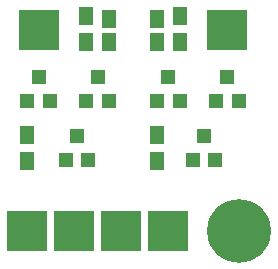
<source format=gts>
G04 #@! TF.FileFunction,Soldermask,Top*
%FSLAX46Y46*%
G04 Gerber Fmt 4.6, Leading zero omitted, Abs format (unit mm)*
G04 Created by KiCad (PCBNEW 4.0.5) date 02/05/17 18:09:27*
%MOMM*%
%LPD*%
G01*
G04 APERTURE LIST*
%ADD10C,0.100000*%
%ADD11R,1.300000X1.600000*%
%ADD12R,1.200000X1.300000*%
%ADD13C,5.400000*%
%ADD14R,3.400000X3.400000*%
%ADD15R,1.150000X1.600000*%
G04 APERTURE END LIST*
D10*
D11*
X103000000Y-71100000D03*
X103000000Y-68900000D03*
D12*
X119050000Y-66000000D03*
X120950000Y-66000000D03*
X120000000Y-64000000D03*
X117050000Y-71000000D03*
X118950000Y-71000000D03*
X118000000Y-69000000D03*
X103050000Y-66000000D03*
X104950000Y-66000000D03*
X104000000Y-64000000D03*
X106300000Y-71000000D03*
X108200000Y-71000000D03*
X107250000Y-69000000D03*
X108050000Y-66000000D03*
X109950000Y-66000000D03*
X109000000Y-64000000D03*
X114050000Y-66000000D03*
X115950000Y-66000000D03*
X115000000Y-64000000D03*
D11*
X114000000Y-71100000D03*
X114000000Y-68900000D03*
D13*
X121000000Y-77000000D03*
D14*
X103000000Y-77000000D03*
X104000000Y-60000000D03*
X111000000Y-77000000D03*
X120000000Y-60000000D03*
X115000000Y-77000000D03*
X107000000Y-77000000D03*
D11*
X108000000Y-61000000D03*
X108000000Y-58800000D03*
X116000000Y-61000000D03*
X116000000Y-58800000D03*
D15*
X110000000Y-59100000D03*
X110000000Y-61000000D03*
X114000000Y-59100000D03*
X114000000Y-61000000D03*
M02*

</source>
